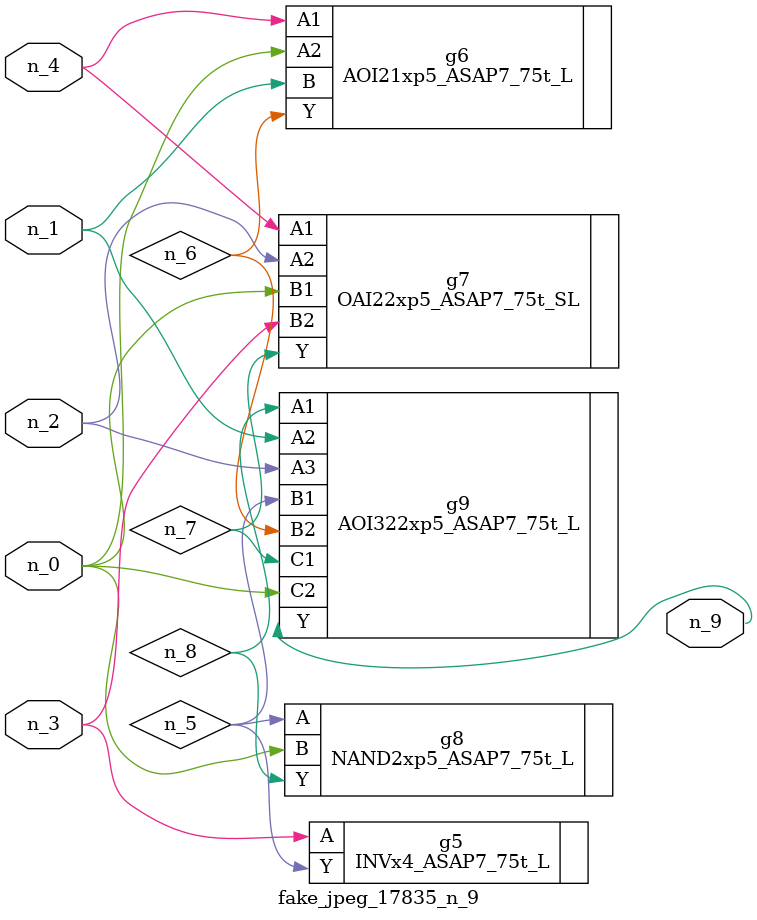
<source format=v>
module fake_jpeg_17835_n_9 (n_3, n_2, n_1, n_0, n_4, n_9);

input n_3;
input n_2;
input n_1;
input n_0;
input n_4;

output n_9;

wire n_8;
wire n_6;
wire n_5;
wire n_7;

INVx4_ASAP7_75t_L g5 ( 
.A(n_3),
.Y(n_5)
);

AOI21xp5_ASAP7_75t_L g6 ( 
.A1(n_4),
.A2(n_0),
.B(n_1),
.Y(n_6)
);

OAI22xp5_ASAP7_75t_SL g7 ( 
.A1(n_4),
.A2(n_2),
.B1(n_0),
.B2(n_3),
.Y(n_7)
);

NAND2xp5_ASAP7_75t_L g8 ( 
.A(n_5),
.B(n_0),
.Y(n_8)
);

AOI322xp5_ASAP7_75t_L g9 ( 
.A1(n_8),
.A2(n_1),
.A3(n_2),
.B1(n_5),
.B2(n_6),
.C1(n_7),
.C2(n_0),
.Y(n_9)
);


endmodule
</source>
